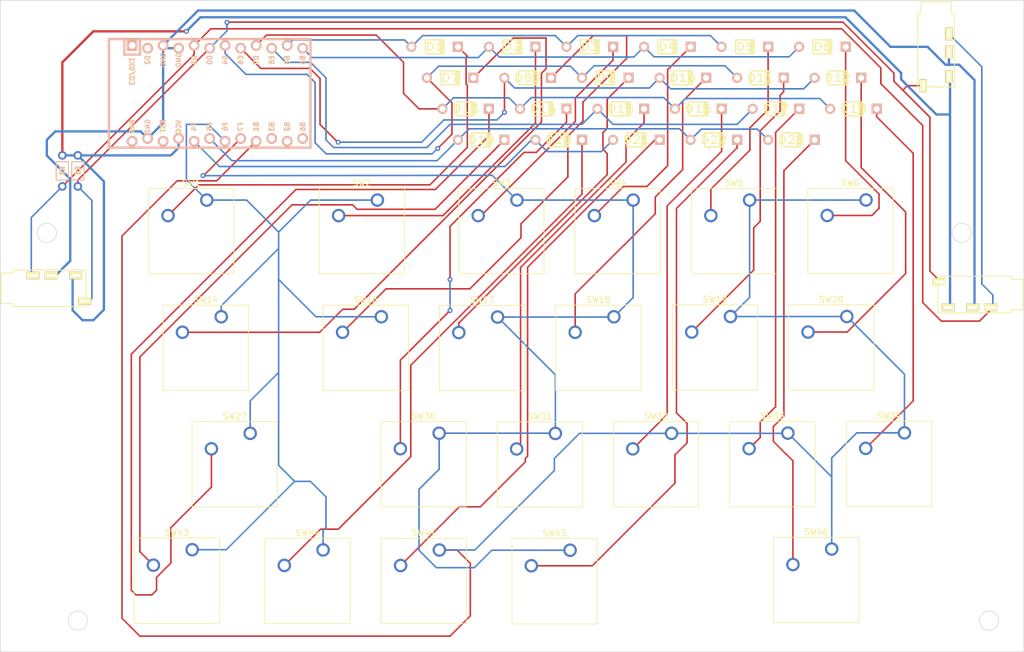
<source format=kicad_pcb>
(kicad_pcb (version 20221018) (generator pcbnew)
  (layers (0 "F.Cu" signal) (31 "B.Cu" signal) (34 "B.Paste" user) (35 "F.Paste" user) (36 "B.SilkS" user "B.Silkscreen") (37 "F.SilkS" user "F.Silkscreen") (38 "B.Mask" user) (39 "F.Mask" user) (44 "Edge.Cuts" user))
  (net 0 "")
  (net 1 "GND")
  (net 2 "VCC")
  (net 3 "SCL")
  (net 4 "SDA")
  (net 5 "col2")
  (net 6 "Net-(D42-A)")
  (net 7 "col0")
  (net 8 "Net-(D25-A)")
  (net 9 "Net-(D41-A)")
  (net 10 "Net-(D14-A)")
  (net 11 "Net-(D1-A)")
  (net 12 "Net-(D38-A)")
  (net 13 "col1")
  (net 14 "Net-(D40-A)")
  (net 15 "Net-(D16-A)")
  (net 16 "Net-(D17-A)")
  (net 17 "Net-(D18-A)")
  (net 18 "Net-(D19-A)")
  (net 19 "Net-(D3-A)")
  (net 20 "Net-(D4-A)")
  (net 21 "Net-(D5-A)")
  (net 22 "Net-(D28-A)")
  (net 23 "Net-(D29-A)")
  (net 24 "Net-(D30-A)")
  (net 25 "col3")
  (net 26 "Net-(D31-A)")
  (net 27 "Net-(D27-A)")
  (net 28 "Net-(D6-A)")
  (net 29 "Net-(D39-A)")
  (net 30 "Net-(D2-A)")
  (net 31 "Net-(D15-A)")
  (net 32 "rowA")
  (net 33 "rowB")
  (net 34 "rowF")
  (net 35 "rowE")
  (net 36 "rowD")
  (net 37 "rowC")
  (net 38 "rowG")
  (net 39 "rowH")
  (footprint "Button_Switch_Keyboard:SW_Cherry_MX_1.00u_PCB" (layer "F.Cu") (at 104.895345 103.921782)
    (fp_text reference "SW30")
    (fp_text value "KEYSW")
  )
  (footprint "Library:Diode" (layer "F.Cu") (at 172.745 50.8)
    (fp_text reference "D18")
    (fp_text value "VAL**" hide)
  )
  (footprint "Library:Diode" (layer "F.Cu") (at 121.945 50.8)
    (fp_text reference "D14")
    (fp_text value "VAL**" hide)
  )
  (footprint "Button_Switch_Keyboard:SW_Cherry_MX_1.00u_PCB" (layer "F.Cu") (at 142.962981 103.948147)
    (fp_text reference "SW32")
    (fp_text value "KEYSW")
  )
  (footprint "Library:Diode" (layer "F.Cu") (at 160.045 50.8)
    (fp_text reference "D17")
    (fp_text value "VAL**" hide)
  )
  (footprint "Library:Diode" (layer "F.Cu") (at 154.965 40.64)
    (fp_text reference "D5")
    (fp_text value "VAL**" hide)
  )
  (footprint "Button_Switch_Keyboard:SW_Cherry_MX_1.75u_PCB" (layer "F.Cu") (at 69.207054 84.851708)
    (fp_text reference "SW14")
    (fp_text value "KEYSW")
  )
  (footprint "Button_Switch_Keyboard:SW_Cherry_MX_1.00u_PCB" (layer "F.Cu") (at 181.107927 103.864219)
    (fp_text reference "SW34")
    (fp_text value "KEYSW")
  )
  (footprint "Library:TRRS" (layer "F.Cu") (at 186.295 35.2025)
    (fp_text reference "J2" hide)
    (fp_text value "4PIN" hide)
  )
  (footprint "Button_Switch_Keyboard:SW_Cherry_MX_1.00u_PCB" (layer "F.Cu") (at 136.675018 65.739088)
    (fp_text reference "SW4")
    (fp_text value "KEYSW")
  )
  (footprint "Library:Diode" (layer "F.Cu") (at 147.345 50.8)
    (fp_text reference "D16")
    (fp_text value "VAL**" hide)
  )
  (footprint "Button_Switch_Keyboard:SW_Cherry_MX_2.25u_PCB" (layer "F.Cu") (at 73.949236 103.939636)
    (fp_text reference "SW27")
    (fp_text value "KEYSW")
  )
  (footprint "Library:Diode" (layer "F.Cu") (at 137.185 55.88)
    (fp_text reference "D21")
    (fp_text value "VAL**" hide)
  )
  (footprint "" (layer "F.Cu") (at 59.22 70.82)
    (fp_text reference "")
    (fp_text value "")
  )
  (footprint "Library:Diode" (layer "F.Cu") (at 162.585 55.88)
    (fp_text reference "D23")
    (fp_text value "VAL**" hide)
  )
  (footprint "Button_Switch_Keyboard:SW_Cherry_MX_1.00u_PCB" (layer "F.Cu") (at 174.813382 65.719273)
    (fp_text reference "SW6")
    (fp_text value "KEYSW")
  )
  (footprint "Library:Diode" (layer "F.Cu") (at 134.645 50.8)
    (fp_text reference "D15")
    (fp_text value "VAL**" hide)
  )
  (footprint "Button_Switch_Keyboard:SW_Cherry_MX_1.00u_PCB" (layer "F.Cu") (at 162.012072 103.906183)
    (fp_text reference "SW33")
    (fp_text value "KEYSW")
  )
  (footprint "Button_Switch_Keyboard:SW_Cherry_MX_1.00u_PCB" (layer "F.Cu") (at 114.463054 84.896689)
    (fp_text reference "SW17")
    (fp_text value "KEYSW")
  )
  (footprint "Button_Switch_Keyboard:SW_Cherry_MX_1.00u_PCB" (layer "F.Cu") (at 94.78 65.74)
    (fp_text reference "SW2")
    (fp_text value "KEYSW")
  )
  (footprint "Button_Switch_Keyboard:SW_Cherry_MX_1.50u_Plate" (layer "F.Cu") (at 66.84 65.74)
    (fp_text reference "SW1")
    (fp_text value "KEYSW")
  )
  (footprint "Library:Diode" (layer "F.Cu") (at 142.265 40.64)
    (fp_text reference "D4")
    (fp_text value "VAL**" hide)
  )
  (footprint "Button_Switch_Keyboard:SW_Cherry_MX_1.25u_PCB" (layer "F.Cu") (at 126.345347 123.093781)
    (fp_text reference "SW45")
    (fp_text value "KEYSW")
  )
  (footprint "Button_Switch_Keyboard:SW_Cherry_MX_1.00u_PCB" (layer "F.Cu") (at 152.614617 84.812728)
    (fp_text reference "SW19")
    (fp_text value "KEYSW")
  )
  (footprint "Button_Switch_Keyboard:SW_Cherry_MX_1.00u_PCB" (layer "F.Cu") (at 104.932509 123.053601)
    (fp_text reference "SW41")
    (fp_text value "KEYSW")
  )
  (footprint "" (layer "F.Cu") (at 69.38 70.82)
    (fp_text reference "")
    (fp_text value "")
  )
  (footprint "Button_Switch_Keyboard:SW_Cherry_MX_1.25u_PCB" (layer "F.Cu") (at 64.445381 122.999055)
    (fp_text reference "SW43")
    (fp_text value "KEYSW")
  )
  (footprint "Library:RESISTOR" (layer "F.Cu") (at 43.18 60.96 -90)
    (fp_text reference "R1")
    (fp_text value "R" hide)
  )
  (footprint "Library:Diode" (layer "F.Cu") (at 109.245 50.8)
    (fp_text reference "D13")
    (fp_text value "VAL**" hide)
  )
  (footprint "Library:Diode" (layer "F.Cu") (at 124.485 55.88)
    (fp_text reference "D20")
    (fp_text value "VAL**" hide)
  )
  (footprint "Library:Diode" (layer "F.Cu") (at 119.405 45.72)
    (fp_text reference "D8D")
    (fp_text value "VAL**" hide)
  )
  (footprint "Library:Diode" (layer "F.Cu") (at 132.105 45.72)
    (fp_text reference "D9")
    (fp_text value "VAL**" hide)
  )
  (footprint "Library:Diode" (layer "F.Cu") (at 111.785 55.88)
    (fp_text reference "D19")
    (fp_text value "VAL**" hide)
  )
  (footprint "Library:Diode" (layer "F.Cu") (at 144.805 45.72)
    (fp_text reference "D10")
    (fp_text value "VAL**" hide)
  )
  (footprint "Library:Diode" (layer "F.Cu") (at 104.165 40.64)
    (fp_text reference "D1")
    (fp_text value "VAL**" hide)
  )
  (footprint "Library:Diode" (layer "F.Cu") (at 116.865 40.64)
    (fp_text reference "D2")
    (fp_text value "VAL**" hide)
  )
  (footprint "Library:Diode" (layer "F.Cu") (at 170.205 45.72)
    (fp_text reference "D12")
    (fp_text value "VAL**" hide)
  )
  (footprint "Library:Diode" (layer "F.Cu") (at 157.505 45.72)
    (fp_text reference "D11")
    (fp_text value "VAL**" hide)
  )
  (footprint "Library:Diode" (layer "F.Cu") (at 167.665 40.64)
    (fp_text reference "D6")
    (fp_text value "VAL**" hide)
  )
  (footprint "Button_Switch_Keyboard:SW_Cherry_MX_1.00u_PCB" (layer "F.Cu") (at 155.747491 65.739088)
    (fp_text reference "SW5")
    (fp_text value "KEYSW")
  )
  (footprint "Button_Switch_Keyboard:SW_Cherry_MX_1.00u_PCB" (layer "F.Cu") (at 123.934254 103.962546)
    (fp_text reference "SW31")
    (fp_text value "KEYSW")
  )
  (footprint "Library:Diode" (layer "F.Cu") (at 106.705 45.72)
    (fp_text reference "D7")
    (fp_text value "VAL**" hide)
  )
  (footprint "Library:Diode" (layer "F.Cu") (at 149.885 55.88)
    (fp_text reference "D22")
    (fp_text value "VAL**" hide)
  )
  (footprint "" (layer "F.Cu") (at 64.3 70.82)
    (fp_text reference "")
    (fp_text value "")
  )
  (footprint "Button_Switch_Keyboard:SW_Cherry_MX_2.25u_PCB" (layer "F.Cu") (at 169.190254 122.889456)
    (fp_text reference "SW46")
    (fp_text value "KEYSW")
  )
  (footprint "Button_Switch_Keyboard:SW_Cherry_MX_1.00u_PCB" (layer "F.Cu") (at 171.666109 84.812728)
    (fp_text reference "SW20")
    (fp_text value "KEYSW")
  )
  (footprint "Library:TRRS" (layer "F.Cu") (at 198.578958 81.221982 -90)
    (fp_text reference "J2" hide)
    (fp_text value "4PIN" hide)
  )
  (footprint "Button_Switch_Keyboard:SW_Cherry_MX_1.00u_PCB" (layer "F.Cu") (at 85.8888 123.041019)
    (fp_text reference "SW44")
    (fp_text value "KEYSW")
  )
  (footprint "Button_Switch_Keyboard:SW_Cherry_MX_1.00u_PCB" (layer "F.Cu") (at 117.64 65.74)
    (fp_text reference "SW3")
    (fp_text value "KEYSW")
  )
  (footprint "Button_Switch_Keyboard:SW_Cherry_MX_1.00u_PCB" (layer "F.Cu") (at 133.521162 84.854691)
    (fp_text reference "SW18")
    (fp_text value "KEYSW")
  )
  (footprint "Button_Switch_Keyboard:SW_Cherry_MX_1.00u_PCB" (layer "F.Cu") (at 95.431345 84.848725)
    (fp_text reference "SW16")
    (fp_text value "KEYSW")
  )
  (footprint "Library:Diode" (layer "F.Cu") (at 129.565 40.64)
    (fp_text reference "D3")
    (fp_text value "VAL**" hide)
  )
  (footprint "Library:TRRS" (layer "F.Cu") (at 35.043025 80.191714 90)
    (fp_text reference "J2" hide)
    (fp_text value "4PIN" hide)
  )
  (footprint "Library:RESISTOR" (layer "F.Cu") (at 45.72 60.96 -90)
    (fp_text reference "R2")
    (fp_text value "R" hide)
  )
  (footprint "Library:ArduinoProMicro-ZigZag" (layer "B.Cu") (at 68.58 48.26)
    (fp_text reference "U1" hide)
    (fp_text value "ProMicro-18mil-offset" hide)
  )
  (gr_line (start 200.66 139.7) (end 33.02 139.7) (stroke (width 0.1)) (layer "Edge.Cuts"))
  (gr_line (start 200.66 33.02) (end 200.66 139.7) (stroke (width 0.1)) (layer "Edge.Cuts"))
  (gr_circle (center 194.97 134.62) (end 196.545 134.62) (stroke (width 0.1)) (fill none) (layer "Edge.Cuts"))
  (gr_circle (center 45.72 134.62) (end 47.295 134.62) (stroke (width 0.1)) (fill none) (layer "Edge.Cuts"))
  (gr_line (start 33.02 139.7) (end 33.02 33.02) (stroke (width 0.1)) (layer "Edge.Cuts"))
  (gr_circle (center 190.5 71.12) (end 192.075 71.12) (stroke (width 0.1)) (fill none) (layer "Edge.Cuts"))
  (gr_circle (center 40.64 71.12) (end 42.215 71.12) (stroke (width 0.1)) (fill none) (layer "Edge.Cuts"))
  (gr_line (start 33.02 33.02) (end 200.66 33.02) (stroke (width 0.1)) (layer "Edge.Cuts"))
  (segment (start 41.86 78.305) (end 44.470416 75.694584) (width 0.381) (layer "B.Cu") (net 1))
  (segment (start 192.58 83.38) (end 192.58 46.088) (width 0.381) (layer "B.Cu") (net 1))
  (segment (start 188.395 43.615) (end 188.395 41.5025) (width 0.381) (layer "B.Cu") (net 1))
  (segment (start 55.990405 54.491805) (end 57.15 55.6514) (width 0.381) (layer "B.Cu") (net 1))
  (segment (start 172.878334 34.692944) (end 65.408456 34.692944) (width 0.381) (layer "B.Cu") (net 1))
  (segment (start 44.470416 62.284185) (end 40.64 58.453769) (width 0.381) (layer "B.Cu") (net 1))
  (segment (start 44.470416 75.694584) (end 44.470416 62.284185) (width 0.381) (layer "B.Cu") (net 1))
  (segment (start 62.23 40.8686) (end 60.1472 40.8686) (width 0.381) (layer "B.Cu") (net 1))
  (segment (start 60.1472 40.8686) (end 59.69 40.4114) (width 0.381) (layer "B.Cu") (net 1))
  (segment (start 59.69 53.1114) (end 59.69 40.4114) (width 0.381) (layer "B.Cu") (net 1))
  (segment (start 65.408456 34.692944) (end 59.69 40.4114) (width 0.381) (layer "B.Cu") (net 1))
  (segment (start 192.58 46.088) (end 190.066835 43.574835) (width 0.381) (layer "B.Cu") (net 1))
  (segment (start 190.066835 43.574835) (end 187.832785 43.574835) (width 0.381) (layer "B.Cu") (net 1))
  (segment (start 40.64 58.453769) (end 40.64 55.88) (width 0.381) (layer "B.Cu") (net 1))
  (segment (start 40.64 55.88) (end 42.028195 54.491805) (width 0.381) (layer "B.Cu") (net 1))
  (segment (start 187.832785 43.574835) (end 184.89795 40.64) (width 0.381) (layer "B.Cu") (net 1))
  (segment (start 42.028195 54.491805) (end 55.990405 54.491805) (width 0.381) (layer "B.Cu") (net 1))
  (segment (start 184.89795 40.64) (end 178.82539 40.64) (width 0.381) (layer "B.Cu") (net 1))
  (segment (start 57.15 55.6514) (end 59.69 53.1114) (width 0.381) (layer "B.Cu") (net 1))
  (segment (start 178.82539 40.64) (end 172.878334 34.692944) (width 0.381) (layer "B.Cu") (net 1))
  (segment (start 43.18 43.18) (end 43.18 58.42) (width 0.381) (layer "F.Cu") (net 2))
  (segment (start 48.26 38.1) (end 43.18 43.18) (width 0.381) (layer "F.Cu") (net 2))
  (segment (start 63.5 38.1) (end 48.26 38.1) (width 0.381) (layer "F.Cu") (net 2))
  (via (at 63.5 38.1) (size 0.8) (drill 0.4) (layers "F.Cu" "B.Cu") (net 2))
  (segment (start 62.23 57.15) (end 60.96 58.42) (width 0.381) (layer "B.Cu") (net 2))
  (segment (start 62.23 55.6514) (end 62.23 57.15) (width 0.381) (layer "B.Cu") (net 2))
  (segment (start 188.5745 51.9045) (end 188.5745 53.34) (width 0.381) (layer "B.Cu") (net 2))
  (segment (start 188.5745 51.5455) (end 188.395 51.725) (width 0.381) (layer "B.Cu") (net 2))
  (segment (start 180.558255 45.967263) (end 185.390992 50.8) (width 0.381) (layer "B.Cu") (net 2))
  (segment (start 60.96 58.42) (end 45.72 58.42) (width 0.381) (layer "B.Cu") (net 2))
  (segment (start 180.558255 44.912865) (end 180.558255 45.967263) (width 0.381) (layer "B.Cu") (net 2))
  (segment (start 171.443809 35.798419) (end 180.558255 44.912865) (width 0.381) (layer "B.Cu") (net 2))
  (segment (start 48.26 85.420411) (end 49.988703 83.691708) (width 0.381) (layer "B.Cu") (net 2))
  (segment (start 188.5745 45.682) (end 188.5745 51.5455) (width 0.381) (layer "B.Cu") (net 2))
  (segment (start 185.42 50.8) (end 186.345 51.725) (width 0.381) (layer "B.Cu") (net 2))
  (segment (start 44.866722 83.801196) (end 46.485937 85.420411) (width 0.381) (layer "B.Cu") (net 2))
  (segment (start 65.801581 35.798419) (end 171.443809 35.798419) (width 0.381) (layer "B.Cu") (net 2))
  (segment (start 49.988703 62.688703) (end 45.72 58.42) (width 0.381) (layer "B.Cu") (net 2))
  (segment (start 186.345 51.725) (end 188.395 51.725) (width 0.381) (layer "B.Cu") (net 2))
  (segment (start 188.395 45.5025) (end 188.5745 45.682) (width 0.381) (layer "B.Cu") (net 2))
  (segment (start 45.129739 78.305) (end 44.866722 78.568017) (width 0.381) (layer "B.Cu") (net 2))
  (segment (start 44.866722 78.568017) (end 44.866722 83.801196) (width 0.381) (layer "B.Cu") (net 2))
  (segment (start 63.5 38.1) (end 65.801581 35.798419) (width 0.381) (layer "B.Cu") (net 2))
  (segment (start 49.988703 83.691708) (end 49.988703 62.688703) (width 0.381) (layer "B.Cu") (net 2))
  (segment (start 188.5745 53.34) (end 188.5745 83.3745) (width 0.381) (layer "B.Cu") (net 2))
  (segment (start 46.485937 85.420411) (end 48.26 85.420411) (width 0.381) (layer "B.Cu") (net 2))
  (segment (start 185.390992 50.8) (end 185.42 50.8) (width 0.381) (layer "B.Cu") (net 2))
  (segment (start 188.395 51.725) (end 188.5745 51.9045) (width 0.381) (layer "B.Cu") (net 2))
  (segment (start 43.18 58.42) (end 45.72 58.42) (width 0.381) (layer "B.Cu") (net 2))
  (segment (start 171.025121 36.589309) (end 179.380605 44.944793) (width 0.254) (layer "F.Cu") (net 3))
  (segment (start 180.852695 47.747305) (end 185.28 52.17461) (width 0.254) (layer "F.Cu") (net 3))
  (segment (start 45.72 63.5) (end 45.72 62.4586) (width 0.254) (layer "F.Cu") (net 3))
  (segment (start 179.380605 46.275215) (end 180.852695 47.747305) (width 0.254) (layer "F.Cu") (net 3))
  (segment (start 185.28 77.38) (end 187.08 79.18) (width 0.254) (layer "F.Cu") (net 3))
  (segment (start 70.202223 36.589309) (end 171.025121 36.589309) (width 0.254) (layer "F.Cu") (net 3))
  (segment (start 45.72 62.4586) (end 67.31 40.8686) (width 0.254) (layer "F.Cu") (net 3))
  (segment (start 181.5975 47.0025) (end 180.852695 47.747305) (width 0.254) (layer "F.Cu") (net 3))
  (segment (start 179.380605 44.944793) (end 179.380605 46.275215) (width 0.254) (layer "F.Cu") (net 3))
  (segment (start 185.28 52.17461) (end 185.28 77.38) (width 0.254) (layer "F.Cu") (net 3))
  (segment (start 70.148613 36.642919) (end 70.202223 36.589309) (width 0.254) (layer "F.Cu") (net 3))
  (segment (start 184.195 47.0025) (end 181.5975 47.0025) (width 0.254) (layer "F.Cu") (net 3))
  (via (at 70.148613 36.642919) (size 0.8) (drill 0.4) (layers "F.Cu" "B.Cu") (net 3))
  (segment (start 45.72 63.5) (end 48.02008 65.80008) (width 0.254) (layer "B.Cu") (net 3))
  (segment (start 48.02008 65.80008) (end 48.02008 81.84492) (width 0.254) (layer "B.Cu") (net 3))
  (segment (start 70.148613 38.029987) (end 67.31 40.8686) (width 0.254) (layer "B.Cu") (net 3))
  (segment (start 70.148613 36.642919) (end 70.148613 38.029987) (width 0.254) (layer "B.Cu") (net 3))
  (segment (start 48.02008 81.84492) (end 47.36 82.505) (width 0.254) (layer "B.Cu") (net 3))
  (segment (start 170.825364 37.685364) (end 177.240967 44.100967) (width 0.254) (layer "F.Cu") (net 4))
  (segment (start 67.496036 37.685364) (end 170.825364 37.685364) (width 0.254) (layer "F.Cu") (net 4))
  (segment (start 64.77 41.91) (end 43.18 63.5) (width 0.254) (layer "F.Cu") (net 4))
  (segment (start 177.240967 44.100967) (end 177.240967 46.274399) (width 0.254) (layer "F.Cu") (net 4))
  (segment (start 184.093513 82.511862) (end 187.142588 85.560937) (width 0.254) (layer "F.Cu") (net 4))
  (segment (start 64.77 40.4114) (end 67.496036 37.685364) (width 0.254) (layer "F.Cu") (net 4))
  (segment (start 177.240967 46.274399) (end 177.246409 46.279841) (width 0.254) (layer "F.Cu") (net 4))
  (segment (start 177.246409 46.279841) (end 177.246409 46.681019) (width 0.254) (layer "F.Cu") (net 4))
  (segment (start 64.77 40.4114) (end 64.77 41.91) (width 0.254) (layer "F.Cu") (net 4))
  (segment (start 184.093513 53.528123) (end 184.093513 82.511862) (width 0.254) (layer "F.Cu") (net 4))
  (segment (start 177.246409 46.681019) (end 184.093513 53.528123) (width 0.254) (layer "F.Cu") (net 4))
  (segment (start 193.399063 85.560937) (end 195.58 83.38) (width 0.254) (layer "F.Cu") (net 4))
  (segment (start 187.142588 85.560937) (end 193.399063 85.560937) (width 0.254) (layer "F.Cu") (net 4))
  (segment (start 195.58 81.28) (end 195.58 83.38) (width 0.254) (layer "B.Cu") (net 4))
  (segment (start 188.395 38.5025) (end 188.395 38.535) (width 0.254) (layer "B.Cu") (net 4))
  (segment (start 188.395 38.535) (end 193.78 43.92) (width 0.254) (layer "B.Cu") (net 4))
  (segment (start 38.1 77.545) (end 38.86 78.305) (width 0.254) (layer "B.Cu") (net 4))
  (segment (start 193.78 43.92) (end 193.78 79.48) (width 0.254) (layer "B.Cu") (net 4))
  (segment (start 193.78 79.48) (end 195.58 81.28) (width 0.254) (layer "B.Cu") (net 4))
  (segment (start 38.1 68.58) (end 38.1 77.545) (width 0.254) (layer "B.Cu") (net 4))
  (segment (start 43.18 63.5) (end 38.1 68.58) (width 0.254) (layer "B.Cu") (net 4))
  (segment (start 104.932509 123.053601) (end 107.813601 123.053601) (width 0.254) (layer "F.Cu") (net 5))
  (segment (start 68.452475 62.586125) (end 74.93 56.1086) (width 0.254) (layer "F.Cu") (net 5))
  (segment (start 106.68 137.16) (end 55.88 137.16) (width 0.254) (layer "F.Cu") (net 5))
  (segment (start 55.88 137.16) (end 52.953961 134.233961) (width 0.254) (layer "F.Cu") (net 5))
  (segment (start 61.988416 62.586125) (end 68.452475 62.586125) (width 0.254) (layer "F.Cu") (net 5))
  (segment (start 110.003321 133.836679) (end 106.68 137.16) (width 0.254) (layer "F.Cu") (net 5))
  (segment (start 52.953961 71.62058) (end 61.988416 62.586125) (width 0.254) (layer "F.Cu") (net 5))
  (segment (start 107.813601 123.053601) (end 110.003321 125.243321) (width 0.254) (layer "F.Cu") (net 5))
  (segment (start 52.953961 134.233961) (end 52.953961 71.62058) (width 0.254) (layer "F.Cu") (net 5))
  (segment (start 110.003321 125.243321) (end 110.003321 133.836679) (width 0.254) (layer "F.Cu") (net 5))
  (segment (start 173.290109 103.864219) (end 181.107927 103.864219) (width 0.254) (layer "B.Cu") (net 5))
  (segment (start 181.107927 94.254546) (end 171.666109 84.812728) (width 0.254) (layer "B.Cu") (net 5))
  (segment (start 161.970108 103.948147) (end 162.012072 103.906183) (width 0.254) (layer "B.Cu") (net 5))
  (segment (start 123.771254 108.05796) (end 123.771254 110.027132) (width 0.254) (layer "B.Cu") (net 5))
  (segment (start 152.614617 84.812728) (end 155.747491 81.679854) (width 0.254) (layer "B.Cu") (net 5))
  (segment (start 142.962981 103.948147) (end 127.881067 103.948147) (width 0.254) (layer "B.Cu") (net 5))
  (segment (start 181.107927 103.864219) (end 181.107927 94.254546) (width 0.254) (layer "B.Cu") (net 5))
  (segment (start 169.190254 122.889456) (end 169.190254 111.084365) (width 0.254) (layer "B.Cu") (net 5))
  (segment (start 171.666109 84.812728) (end 152.614617 84.812728) (width 0.254) (layer "B.Cu") (net 5))
  (segment (start 110.744785 123.053601) (end 104.932509 123.053601) (width 0.254) (layer "B.Cu") (net 5))
  (segment (start 169.190254 107.964074) (end 173.290109 103.864219) (width 0.254) (layer "B.Cu") (net 5))
  (segment (start 127.881067 103.948147) (end 123.771254 108.05796) (width 0.254) (layer "B.Cu") (net 5))
  (segment (start 123.771254 110.027132) (end 110.744785 123.053601) (width 0.254) (layer "B.Cu") (net 5))
  (segment (start 169.190254 111.084365) (end 169.190254 107.964074) (width 0.254) (layer "B.Cu") (net 5))
  (segment (start 155.747491 81.679854) (end 155.747491 65.739088) (width 0.254) (layer "B.Cu") (net 5))
  (segment (start 174.793567 65.739088) (end 174.813382 65.719273) (width 0.254) (layer "B.Cu") (net 5))
  (segment (start 155.747491 65.739088) (end 174.793567 65.739088) (width 0.254) (layer "B.Cu") (net 5))
  (segment (start 169.190254 111.084365) (end 162.012072 103.906183) (width 0.254) (layer "B.Cu") (net 5))
  (segment (start 142.962981 103.948147) (end 161.970108 103.948147) (width 0.254) (layer "B.Cu") (net 5))
  (segment (start 119.013254 108.609583) (end 111.646109 115.976728) (width 0.254) (layer "F.Cu") (net 6))
  (segment (start 140.242132 55.88) (end 119.38 76.742132) (width 0.254) (layer "F.Cu") (net 6))
  (segment (start 140.995 55.88) (end 140.242132 55.88) (width 0.254) (layer "F.Cu") (net 6))
  (segment (start 119.38 76.742132) (end 119.38 107.689558) (width 0.254) (layer "F.Cu") (net 6))
  (segment (start 111.646109 115.976728) (end 108.199382 115.976728) (width 0.254) (layer "F.Cu") (net 6))
  (segment (start 108.199382 115.976728) (end 98.582509 125.593601) (width 0.254) (layer "F.Cu") (net 6))
  (segment (start 119.013254 108.056304) (end 119.013254 108.609583) (width 0.254) (layer "F.Cu") (net 6))
  (segment (start 119.38 107.689558) (end 119.013254 108.056304) (width 0.254) (layer "F.Cu") (net 6))
  (segment (start 73.949236 103.939636) (end 73.949236 98.634257) (width 0.254) (layer "B.Cu") (net 7))
  (segment (start 83.846986 65.74) (end 78.603493 70.983493) (width 0.254) (layer "B.Cu") (net 7))
  (segment (start 86.36 114.354407) (end 86.36 119.38) (width 0.254) (layer "B.Cu") (net 7))
  (segment (start 73.36 65.74) (end 78.603493 70.983493) (width 0.254) (layer "B.Cu") (net 7))
  (segment (start 70.040945 122.999055) (end 81.225593 111.814407) (width 0.254) (layer "B.Cu") (net 7))
  (segment (start 84.712218 84.848725) (end 78.603493 78.74) (width 0.254) (layer "B.Cu") (net 7))
  (segment (start 64.445381 122.999055) (end 70.040945 122.999055) (width 0.254) (layer "B.Cu") (net 7))
  (segment (start 73.949236 98.634257) (end 78.603493 93.98) (width 0.254) (layer "B.Cu") (net 7))
  (segment (start 78.603493 78.74) (end 78.603493 93.98) (width 0.254) (layer "B.Cu") (net 7))
  (segment (start 66.84 65.74) (end 63.5 62.4) (width 0.254) (layer "B.Cu") (net 7))
  (segment (start 67.0814 53.34) (end 69.85 56.1086) (width 0.254) (layer "B.Cu") (net 7))
  (segment (start 78.603493 109.22) (end 78.631186 109.22) (width 0.254) (layer "B.Cu") (net 7))
  (segment (start 66.84 65.74) (end 73.36 65.74) (width 0.254) (layer "B.Cu") (net 7))
  (segment (start 78.603493 70.983493) (end 78.603493 73.66) (width 0.254) (layer "B.Cu") (net 7))
  (segment (start 78.603493 73.66) (end 78.603493 78.74) (width 0.254) (layer "B.Cu") (net 7))
  (segment (start 69.207054 83.056439) (end 78.603493 73.66) (width 0.254) (layer "B.Cu") (net 7))
  (segment (start 83.82 111.814407) (end 86.36 114.354407) (width 0.254) (layer "B.Cu") (net 7))
  (segment (start 63.5 53.34) (end 67.0814 53.34) (width 0.254) (layer "B.Cu") (net 7))
  (segment (start 81.225593 111.814407) (end 83.82 111.814407) (width 0.254) (layer "B.Cu") (net 7))
  (segment (start 69.207054 84.851708) (end 69.207054 83.056439) (width 0.254) (layer "B.Cu") (net 7))
  (segment (start 78.603493 93.98) (end 78.603493 109.22) (width 0.254) (layer "B.Cu") (net 7))
  (segment (start 78.631186 109.22) (end 81.225593 111.814407) (width 0.254) (layer "B.Cu") (net 7))
  (segment (start 63.5 62.4) (end 63.5 53.34) (width 0.254) (layer "B.Cu") (net 7))
  (segment (start 95.431345 84.848725) (end 84.712218 84.848725) (width 0.254) (layer "B.Cu") (net 7))
  (segment (start 86.36 119.38) (end 85.8888 119.8512) (width 0.254) (layer "B.Cu") (net 7))
  (segment (start 85.8888 119.8512) (end 85.8888 123.041019) (width 0.254) (layer "B.Cu") (net 7))
  (segment (start 94.78 65.74) (end 83.846986 65.74) (width 0.254) (layer "B.Cu") (net 7))
  (segment (start 67.599236 106.479636) (end 67.599236 112.740764) (width 0.254) (layer "F.Cu") (net 8))
  (segment (start 104.277667 64.004386) (end 113.055 55.227053) (width 0.254) (layer "F.Cu") (net 8))
  (segment (start 57.833448 130.406309) (end 55.24621 130.406309) (width 0.254) (layer "F.Cu") (net 8))
  (segment (start 58.610036 127.531538) (end 58.610036 129.629721) (width 0.254) (layer "F.Cu") (net 8))
  (segment (start 55.24621 130.406309) (end 54.476488 129.636586) (width 0.254) (layer "F.Cu") (net 8))
  (segment (start 58.610036 129.629721) (end 57.833448 130.406309) (width 0.254) (layer "F.Cu") (net 8))
  (segment (start 67.599236 112.740764) (end 60.96 119.38) (width 0.254) (layer "F.Cu") (net 8))
  (segment (start 60.96 125.181574) (end 58.610036 127.531538) (width 0.254) (layer "F.Cu") (net 8))
  (segment (start 113.055 55.227053) (end 113.055 50.8) (width 0.254) (layer "F.Cu") (net 8))
  (segment (start 54.476488 129.636586) (end 54.476488 90.971947) (width 0.254) (layer "F.Cu") (net 8))
  (segment (start 60.96 119.38) (end 60.96 125.181574) (width 0.254) (layer "F.Cu") (net 8))
  (segment (start 54.476488 90.971947) (end 81.444049 64.004386) (width 0.254) (layer "F.Cu") (net 8))
  (segment (start 81.444049 64.004386) (end 104.277667 64.004386) (width 0.254) (layer "F.Cu") (net 8))
  (segment (start 159.632316 102.834739) (end 159.632316 105.263007) (width 0.254) (layer "F.Cu") (net 9))
  (segment (start 162.840254 108.442969) (end 162.840254 125.429456) (width 0.254) (layer "F.Cu") (net 9))
  (segment (start 161.362836 60.912164) (end 161.362836 101.104219) (width 0.254) (layer "F.Cu") (net 9))
  (segment (start 159.632316 105.263007) (end 161.726521 107.357212) (width 0.254) (layer "F.Cu") (net 9))
  (segment (start 161.726521 107.357212) (end 161.754497 107.357212) (width 0.254) (layer "F.Cu") (net 9))
  (segment (start 161.362836 101.104219) (end 159.632316 102.834739) (width 0.254) (layer "F.Cu") (net 9))
  (segment (start 166.395 55.88) (end 161.362836 60.912164) (width 0.254) (layer "F.Cu") (net 9))
  (segment (start 161.754497 107.357212) (end 162.840254 108.442969) (width 0.254) (layer "F.Cu") (net 9))
  (segment (start 122.406925 39.197482) (end 117.037518 39.197482) (width 0.254) (layer "F.Cu") (net 10))
  (segment (start 117.037518 39.197482) (end 110.515 45.72) (width 0.254) (layer "F.Cu") (net 10))
  (segment (start 90.984842 83.617768) (end 121.654387 52.948223) (width 0.254) (layer "F.Cu") (net 10))
  (segment (start 62.857054 87.391708) (end 85.328292 87.391708) (width 0.254) (layer "F.Cu") (net 10))
  (segment (start 89.102232 83.617768) (end 90.984842 83.617768) (width 0.254) (layer "F.Cu") (net 10))
  (segment (start 121.654387 52.948223) (end 121.654387 44.975613) (width 0.254) (layer "F.Cu") (net 10))
  (segment (start 122.406925 44.223075) (end 122.406925 39.197482) (width 0.254) (layer "F.Cu") (net 10))
  (segment (start 121.654387 44.975613) (end 122.406925 44.223075) (width 0.254) (layer "F.Cu") (net 10))
  (segment (start 85.328292 87.391708) (end 89.102232 83.617768) (width 0.254) (layer "F.Cu") (net 10))
  (segment (start 65.52096 63.24904) (end 60.49 68.28) (width 0.254) (layer "F.Cu") (net 11))
  (segment (start 107.975 40.64) (end 109.508093 42.173093) (width 0.254) (layer "F.Cu") (net 11))
  (segment (start 109.3085 42.372686) (end 109.3085 46.726907) (width 0.254) (layer "F.Cu") (net 11))
  (segment (start 103.37846 63.24904) (end 65.52096 63.24904) (width 0.254) (layer "F.Cu") (net 11))
  (segment (start 109.508093 57.119407) (end 103.37846 63.24904) (width 0.254) (layer "F.Cu") (net 11))
  (segment (start 109.508093 46.9265) (end 109.508093 57.119407) (width 0.254) (layer "F.Cu") (net 11))
  (segment (start 109.508093 42.173093) (end 109.3085 42.372686) (width 0.254) (layer "F.Cu") (net 11))
  (segment (start 109.3085 46.726907) (end 109.508093 46.9265) (width 0.254) (layer "F.Cu") (net 11))
  (segment (start 115.595 55.88) (end 104.22174 67.25326) (width 0.254) (layer "F.Cu") (net 12))
  (segment (start 80.800294 66.518538) (end 55.88 91.438832) (width 0.254) (layer "F.Cu") (net 12))
  (segment (start 104.22174 67.25326) (end 91.456357 67.25326) (width 0.254) (layer "F.Cu") (net 12))
  (segment (start 55.88 123.323674) (end 58.095381 125.539055) (width 0.254) (layer "F.Cu") (net 12))
  (segment (start 90.721635 66.518538) (end 80.800294 66.518538) (width 0.254) (layer "F.Cu") (net 12))
  (segment (start 55.88 91.438832) (end 55.88 123.323674) (width 0.254) (layer "F.Cu") (net 12))
  (segment (start 91.456357 67.25326) (end 90.721635 66.518538) (width 0.254) (layer "F.Cu") (net 12))
  (segment (start 66.29944 61.74196) (end 72.39 55.6514) (width 0.254) (layer "F.Cu") (net 13))
  (segment (start 66.217374 61.74196) (end 66.29944 61.74196) (width 0.254) (layer "F.Cu") (net 13))
  (via (at 66.217374 61.74196) (size 0.8) (drill 0.4) (layers "F.Cu" "B.Cu") (net 13))
  (segment (start 117.64 65.74) (end 113.588032 61.688032) (width 0.254) (layer "B.Cu") (net 13))
  (segment (start 133.479164 84.896689) (end 133.521162 84.854691) (width 0.254) (layer "B.Cu") (net 13))
  (segment (start 136.674106 65.74) (end 136.675018 65.739088) (width 0.254) (layer "B.Cu") (net 13))
  (segment (start 114.463054 84.896689) (end 133.479164 84.896689) (width 0.254) (layer "B.Cu") (net 13))
  (segment (start 113.588032 61.688032) (end 66.217374 61.74196) (width 0.254) (layer "B.Cu") (net 13))
  (segment (start 117.64 65.74) (end 136.674106 65.74) (width 0.254) (layer "B.Cu") (net 13))
  (segment (start 101.6 113.118713) (end 104.895345 109.823368) (width 0.254) (layer "B.Cu") (net 13))
  (segment (start 113.521112 123.093781) (end 110.672178 125.942715) (width 0.254) (layer "B.Cu") (net 13))
  (segment (start 104.436145 125.942715) (end 101.6 123.10657) (width 0.254) (layer "B.Cu") (net 13))
  (segment (start 126.345347 123.093781) (end 113.521112 123.093781) (width 0.254) (layer "B.Cu") (net 13))
  (segment (start 123.89349 103.921782) (end 123.934254 103.962546) (width 0.254) (layer "B.Cu") (net 13))
  (segment (start 123.934254 94.367889) (end 114.463054 84.896689) (width 0.254) (layer "B.Cu") (net 13))
  (segment (start 123.934254 103.962546) (end 123.934254 94.367889) (width 0.254) (layer "B.Cu") (net 13))
  (segment (start 136.675018 81.700835) (end 133.521162 84.854691) (width 0.254) (layer "B.Cu") (net 13))
  (segment (start 104.895345 109.823368) (end 104.895345 103.921782) (width 0.254) (layer "B.Cu") (net 13))
  (segment (start 136.675018 65.739088) (end 136.675018 81.700835) (width 0.254) (layer "B.Cu") (net 13))
  (segment (start 110.672178 125.942715) (end 104.436145 125.942715) (width 0.254) (layer "B.Cu") (net 13))
  (segment (start 104.895345 103.921782) (end 123.89349 103.921782) (width 0.254) (layer "B.Cu") (net 13))
  (segment (start 101.6 123.10657) (end 101.6 113.118713) (width 0.254) (layer "B.Cu") (net 13))
  (segment (start 143.767617 100.587617) (end 145.504558 102.324558) (width 0.254) (layer "F.Cu") (net 14))
  (segment (start 143.518279 107.478714) (end 143.518279 112.094714) (width 0.254) (layer "F.Cu") (net 14))
  (segment (start 153.695 55.88) (end 153.695 57.175157) (width 0.254) (layer "F.Cu") (net 14))
  (segment (start 145.504558 102.324558) (end 145.504558 105.492435) (width 0.254) (layer "F.Cu") (net 14))
  (segment (start 143.518279 112.094714) (end 129.979212 125.633781) (width 0.254) (layer "F.Cu") (net 14))
  (segment (start 129.979212 125.633781) (end 119.995347 125.633781) (width 0.254) (layer "F.Cu") (net 14))
  (segment (start 143.767617 67.10254) (end 143.767617 100.587617) (width 0.254) (layer "F.Cu") (net 14))
  (segment (start 145.504558 105.492435) (end 143.518279 107.478714) (width 0.254) (layer "F.Cu") (net 14))
  (segment (start 153.695 57.175157) (end 143.767617 67.10254) (width 0.254) (layer "F.Cu") (net 14))
  (segment (start 132.414226 61.581749) (end 108.113054 85.882921) (width 0.254) (layer "F.Cu") (net 15))
  (segment (start 131.722237 57.431091) (end 132.414226 58.12308) (width 0.254) (layer "F.Cu") (net 15))
  (segment (start 132.414226 53.994214) (end 131.722237 54.686203) (width 0.254) (layer "F.Cu") (net 15))
  (segment (start 131.722237 54.686203) (end 131.722237 57.431091) (width 0.254) (layer "F.Cu") (net 15))
  (segment (start 132.414226 58.12308) (end 132.414226 61.581749) (width 0.254) (layer "F.Cu") (net 15))
  (segment (start 132.414226 49.220774) (end 132.414226 53.994214) (width 0.254) (layer "F.Cu") (net 15))
  (segment (start 135.915 45.72) (end 132.414226 49.220774) (width 0.254) (layer "F.Cu") (net 15))
  (segment (start 108.113054 85.882921) (end 108.113054 87.436689) (width 0.254) (layer "F.Cu") (net 15))
  (segment (start 135.119604 73.196088) (end 135.083912 73.196088) (width 0.254) (layer "F.Cu") (net 16))
  (segment (start 136.512018 71.767982) (end 136.512018 71.803674) (width 0.254) (layer "F.Cu") (net 16))
  (segment (start 135.083912 73.196088) (end 127.171162 81.108838) (width 0.254) (layer "F.Cu") (net 16))
  (segment (start 148.615 45.72) (end 144.78 49.555) (width 0.254) (layer "F.Cu") (net 16))
  (segment (start 144.78 49.555) (end 144.78 60.75258) (width 0.254) (layer "F.Cu") (net 16))
  (segment (start 140.28989 67.99011) (end 136.512018 71.767982) (width 0.254) (layer "F.Cu") (net 16))
  (segment (start 136.512018 71.803674) (end 135.119604 73.196088) (width 0.254) (layer "F.Cu") (net 16))
  (segment (start 127.171162 81.108838) (end 127.171162 87.394691) (width 0.254) (layer "F.Cu") (net 16))
  (segment (start 144.78 60.75258) (end 140.28989 65.24269) (width 0.254) (layer "F.Cu") (net 16))
  (segment (start 140.28989 65.24269) (end 140.28989 67.99011) (width 0.254) (layer "F.Cu") (net 16))
  (segment (start 156.415104 77.202241) (end 146.264617 87.352728) (width 0.254) (layer "F.Cu") (net 17))
  (segment (start 160.747369 51.129915) (end 157.48 54.397284) (width 0.254) (layer "F.Cu") (net 17))
  (segment (start 161.315 45.72) (end 161.315 47.991934) (width 0.254) (layer "F.Cu") (net 17))
  (segment (start 161.315 47.991934) (end 160.747369 48.559565) (width 0.254) (layer "F.Cu") (net 17))
  (segment (start 156.415104 70.289387) (end 156.415104 77.202241) (width 0.254) (layer "F.Cu") (net 17))
  (segment (start 160.747369 48.559565) (end 160.747369 51.129915) (width 0.254) (layer "F.Cu") (net 17))
  (segment (start 157.48 69.224491) (end 156.415104 70.289387) (width 0.254) (layer "F.Cu") (net 17))
  (segment (start 157.48 54.397284) (end 157.48 69.224491) (width 0.254) (layer "F.Cu") (net 17))
  (segment (start 181.296969 77.783031) (end 171.727272 87.352728) (width 0.254) (layer "F.Cu") (net 18))
  (segment (start 174.015 60.406917) (end 181.303 67.694917) (width 0.254) (layer "F.Cu") (net 18))
  (segment (start 181.303 67.694917) (end 181.303 76.736102) (width 0.254) (layer "F.Cu") (net 18))
  (segment (start 181.303 76.736102) (end 181.296969 76.742133) (width 0.254) (layer "F.Cu") (net 18))
  (segment (start 174.015 45.72) (end 174.015 60.406917) (width 0.254) (layer "F.Cu") (net 18))
  (segment (start 181.296969 76.742133) (end 181.296969 77.783031) (width 0.254) (layer "F.Cu") (net 18))
  (segment (start 171.727272 87.352728) (end 165.316109 87.352728) (width 0.254) (layer "F.Cu") (net 18))
  (segment (start 111.77047 68.28) (end 111.29 68.28) (width 0.254) (layer "F.Cu") (net 19))
  (segment (start 133.375 40.64) (end 133.375 42.833253) (width 0.254) (layer "F.Cu") (net 19))
  (segment (start 127.207596 49.000657) (end 127.207596 52.842874) (width 0.254) (layer "F.Cu") (net 19))
  (segment (start 133.375 42.833253) (end 127.207596 49.000657) (width 0.254) (layer "F.Cu") (net 19))
  (segment (start 127.207596 52.842874) (end 111.77047 68.28) (width 0.254) (layer "F.Cu") (net 19))
  (segment (start 142.319423 60.110577) (end 138.920401 63.509599) (width 0.254) (layer "F.Cu") (net 20))
  (segment (start 146.075 40.64) (end 142.319423 44.395577) (width 0.254) (layer "F.Cu") (net 20))
  (segment (start 135.094507 63.509599) (end 130.325018 68.279088) (width 0.254) (layer "F.Cu") (net 20))
  (segment (start 142.319423 44.395577) (end 142.319423 60.110577) (width 0.254) (layer "F.Cu") (net 20))
  (segment (start 138.920401 63.509599) (end 135.094507 63.509599) (width 0.254) (layer "F.Cu") (net 20))
  (segment (start 158.775 40.64) (end 158.775 50.920175) (width 0.254) (layer "F.Cu") (net 21))
  (segment (start 155.79566 57.56434) (end 149.397491 63.962509) (width 0.254) (layer "F.Cu") (net 21))
  (segment (start 149.397491 63.962509) (end 149.397491 68.279088) (width 0.254) (layer "F.Cu") (net 21))
  (segment (start 155.79566 53.899515) (end 155.79566 57.56434) (width 0.254) (layer "F.Cu") (net 21))
  (segment (start 158.775 50.920175) (end 155.79566 53.899515) (width 0.254) (layer "F.Cu") (net 21))
  (segment (start 118.230054 105.856746) (end 117.584254 106.502546) (width 0.254) (layer "F.Cu") (net 22))
  (segment (start 138.455 53.090696) (end 135.510424 56.035272) (width 0.254) (layer "F.Cu") (net 22))
  (segment (start 135.510424 59.492678) (end 118.230054 76.773048) (width 0.254) (layer "F.Cu") (net 22))
  (segment (start 138.455 50.8) (end 138.455 53.090696) (width 0.254) (layer "F.Cu") (net 22))
  (segment (start 135.510424 56.035272) (end 135.510424 59.492678) (width 0.254) (layer "F.Cu") (net 22))
  (segment (start 118.230054 76.773048) (end 118.230054 105.856746) (width 0.254) (layer "F.Cu") (net 22))
  (segment (start 142.24 100.861128) (end 136.612981 106.488147) (width 0.254) (layer "F.Cu") (net 23))
  (segment (start 142.24 66.682052) (end 142.24 100.861128) (width 0.254) (layer "F.Cu") (net 23))
  (segment (start 151.155 57.767052) (end 142.24 66.682052) (width 0.254) (layer "F.Cu") (net 23))
  (segment (start 151.155 50.8) (end 151.155 57.767052) (width 0.254) (layer "F.Cu") (net 23))
  (segment (start 160.002658 54.652342) (end 160.002658 99.582939) (width 0.254) (layer "F.Cu") (net 24))
  (segment (start 157.48 102.105597) (end 157.48 104.628255) (width 0.254) (layer "F.Cu") (net 24))
  (segment (start 160.002658 99.582939) (end 157.48 102.105597) (width 0.254) (layer "F.Cu") (net 24))
  (segment (start 157.48 104.628255) (end 155.662072 106.446183) (width 0.254) (layer "F.Cu") (net 24))
  (segment (start 163.855 50.8) (end 160.002658 54.652342) (width 0.254) (layer "F.Cu") (net 24))
  (segment (start 182.534927 58.074927) (end 182.534927 98.627219) (width 0.254) (layer "F.Cu") (net 26))
  (segment (start 176.555 52.095) (end 182.534927 58.074927) (width 0.254) (layer "F.Cu") (net 26))
  (segment (start 182.534927 98.627219) (end 174.757927 106.404219) (width 0.254) (layer "F.Cu") (net 26))
  (segment (start 176.555 50.8) (end 176.555 52.095) (width 0.254) (layer "F.Cu") (net 26))
  (segment (start 125.755 50.8) (end 125.755 52.980609) (width 0.254) (layer "F.Cu") (net 27))
  (segment (start 125.755 52.980609) (end 120.801963 57.933646) (width 0.254) (layer "F.Cu") (net 27))
  (segment (start 98.545345 91.954655) (end 98.545345 106.461782) (width 0.254) (layer "F.Cu") (net 27))
  (segment (start 118.787709 57.933646) (end 106.68 70.041355) (width 0.254) (layer "F.Cu") (net 27))
  (segment (start 106.68 83.82) (end 98.545345 91.954655) (width 0.254) (layer "F.Cu") (net 27))
  (segment (start 106.68 70.041355) (end 106.68 78.74) (width 0.254) (layer "F.Cu") (net 27))
  (segment (start 120.801963 57.933646) (end 118.787709 57.933646) (width 0.254) (layer "F.Cu") (net 27))
  (via (at 106.68 78.74) (size 0.8) (drill 0.4) (layers "F.Cu" "B.Cu") (net 27))
  (via (at 106.68 83.82) (size 0.8) (drill 0.4) (layers "F.Cu" "B.Cu") (net 27))
  (segment (start 106.68 83.82) (end 106.68 78.74) (width 0.254) (layer "B.Cu") (net 27))
  (segment (start 176.938545 64.748965) (end 176.938545 67.092485) (width 0.254) (layer "F.Cu") (net 28))
  (segment (start 175.771757 68.259273) (end 168.463382 68.259273) (width 0.254) (layer "F.Cu") (net 28))
  (segment (start 171.475 59.28542) (end 176.938545 64.748965) (width 0.254) (layer "F.Cu") (net 28))
  (segment (start 176.938545 67.092485) (end 175.771757 68.259273) (width 0.254) (layer "F.Cu") (net 28))
  (segment (start 171.475 40.64) (end 171.475 59.28542) (width 0.254) (layer "F.Cu") (net 28))
  (segment (start 100.24914 92.79086) (end 100.24914 107.768884) (width 0.254) (layer "F.Cu") (net 29))
  (segment (start 85.483183 119.636636) (end 79.5388 125.581019) (width 0.254) (layer "F.Cu") (net 29))
  (segment (start 128.295 55.88) (end 128.295 64.745) (width 0.254) (layer "F.Cu") (net 29))
  (segment (start 88.381388 119.636636) (end 85.483183 119.636636) (width 0.254) (layer "F.Cu") (net 29))
  (segment (start 100.24914 107.768884) (end 88.381388 119.636636) (width 0.254) (layer "F.Cu") (net 29))
  (segment (start 128.295 64.745) (end 100.24914 92.79086) (width 0.254) (layer "F.Cu") (net 29))
  (segment (start 105.523934 68.28) (end 88.43 68.28) (width 0.254) (layer "F.Cu") (net 30))
  (segment (start 120.675 53.105) (end 107.74 66.04) (width 0.254) (layer "F.Cu") (net 30))
  (segment (start 107.74 66.063934) (end 105.523934 68.28) (width 0.254) (layer "F.Cu") (net 30))
  (segment (start 120.675 40.64) (end 120.675 53.105) (width 0.254) (layer "F.Cu") (net 30))
  (segment (start 107.74 66.04) (end 107.74 66.063934) (width 0.254) (layer "F.Cu") (net 30))
  (segment (start 130.106929 38.828071) (end 135.598483 38.828071) (width 0.254) (layer "F.Cu") (net 31))
  (segment (start 125.977479 55.263352) (end 125.977479 61.937162) (width 0.254) (layer "F.Cu") (net 31))
  (segment (start 128.454739 52.786092) (end 125.977479 55.263352) (width 0.254) (layer "F.Cu") (net 31))
  (segment (start 135.598483 38.828071) (end 135.598483 42.537225) (width 0.254) (layer "F.Cu") (net 31))
  (segment (start 123.215 45.72) (end 130.106929 38.828071) (width 0.254) (layer "F.Cu") (net 31))
  (segment (start 118.301801 69.61284) (end 118.301801 71.906852) (width 0.254) (layer "F.Cu") (net 31))
  (segment (start 135.598483 42.537225) (end 128.454739 49.680969) (width 0.254) (layer "F.Cu") (net 31))
  (segment (start 118.301801 71.906852) (end 109.93144 80.277213) (width 0.254) (layer "F.Cu") (net 31))
  (segment (start 128.454739 49.680969) (end 128.454739 52.786092) (width 0.254) (layer "F.Cu") (net 31))
  (segment (start 96.192857 80.277213) (end 89.081345 87.388725) (width 0.254) (layer "F.Cu") (net 31))
  (segment (start 125.977479 61.937162) (end 118.301801 69.61284) (width 0.254) (layer "F.Cu") (net 31))
  (segment (start 109.93144 80.277213) (end 96.192857 80.277213) (width 0.254) (layer "F.Cu") (net 31))
  (segment (start 102.199427 38.795573) (end 123.910573 38.795573) (width 0.254) (layer "B.Cu") (net 32))
  (segment (start 99.229746 39.514746) (end 100.355 40.64) (width 0.254) (layer "B.Cu") (net 32))
  (segment (start 80.01 40.4114) (end 80.906654 39.514746) (width 0.254) (layer "B.Cu") (net 32))
  (segment (start 100.355 40.64) (end 102.199427 38.795573) (width 0.254) (layer "B.Cu") (net 32))
  (segment (start 125.755 40.64) (end 127.599427 38.795573) (width 0.254) (layer "B.Cu") (net 32))
  (segment (start 127.599427 38.795573) (end 149.310573 38.795573) (width 0.254) (layer "B.Cu") (net 32))
  (segment (start 123.910573 38.795573) (end 125.755 40.64) (width 0.254) (layer "B.Cu") (net 32))
  (segment (start 80.906654 39.514746) (end 99.229746 39.514746) (width 0.254) (layer "B.Cu") (net 32))
  (segment (start 149.310573 38.795573) (end 151.155 40.64) (width 0.254) (layer "B.Cu") (net 32))
  (segment (start 111.299709 42.395291) (end 113.055 40.64) (width 0.254) (layer "B.Cu") (net 33))
  (segment (start 138.455 40.64) (end 140.088952 42.273952) (width 0.254) (layer "B.Cu") (net 33))
  (segment (start 140.088952 42.273952) (end 162.221048 42.273952) (width 0.254) (layer "B.Cu") (net 33))
  (segment (start 113.055 40.64) (end 114.729398 42.314398) (width 0.254) (layer "B.Cu") (net 33))
  (segment (start 82.55 40.8686) (end 84.076691 42.395291) (width 0.254) (layer "B.Cu") (net 33))
  (segment (start 162.221048 42.273952) (end 163.855 40.64) (width 0.254) (layer "B.Cu") (net 33))
  (segment (start 84.076691 42.395291) (end 111.299709 42.395291) (width 0.254) (layer "B.Cu") (net 33))
  (segment (start 136.780602 42.314398) (end 138.455 40.64) (width 0.254) (layer "B.Cu") (net 33))
  (segment (start 114.729398 42.314398) (end 136.780602 42.314398) (width 0.254) (layer "B.Cu") (net 33))
  (segment (start 133.375 53.34) (end 153.695 53.34) (width 0.254) (layer "B.Cu") (net 34))
  (segment (start 130.835 50.8) (end 133.375 53.34) (width 0.254) (layer "B.Cu") (net 34))
  (segment (start 102.888914 57.131086) (end 106.68 53.34) (width 0.254) (layer "B.Cu") (net 34))
  (segment (start 86.36 55.88) (end 87.611086 57.131086) (width 0.254) (layer "B.Cu") (net 34))
  (segment (start 79.7814 43.18) (end 83.82 43.18) (width 0.254) (layer "B.Cu") (net 34))
  (segment (start 106.68 53.34) (end 128.295 53.34) (width 0.254) (layer "B.Cu") (net 34))
  (segment (start 128.295 53.34) (end 130.835 50.8) (width 0.254) (layer "B.Cu") (net 34))
  (segment (start 153.695 53.34) (end 156.235 50.8) (width 0.254) (layer "B.Cu") (net 34))
  (segment (start 77.47 40.8686) (end 79.7814 43.18) (width 0.254) (layer "B.Cu") (net 34))
  (segment (start 86.36 45.72) (end 86.36 55.88) (width 0.254) (layer "B.Cu") (net 34))
  (segment (start 83.82 43.18) (end 86.36 45.72) (width 0.254) (layer "B.Cu") (net 34))
  (segment (start 87.611086 57.131086) (end 102.888914 57.131086) (width 0.254) (layer "B.Cu") (net 34))
  (segment (start 74.93 40.4114) (end 76.62672 38.71468) (width 0.254) (layer "F.Cu") (net 35))
  (segment (start 101.6 50.8) (end 105.435 50.8) (width 0.254) (layer "F.Cu") (net 35))
  (segment (start 94.59468 38.71468) (end 99.06 43.18) (width 0.254) (layer "F.Cu") (net 35))
  (segment (start 76.62672 38.71468) (end 94.59468 38.71468) (width 0.254) (layer "F.Cu") (net 35))
  (segment (start 99.06 48.26) (end 101.6 50.8) (width 0.254) (layer "F.Cu") (net 35))
  (segment (start 99.06 43.18) (end 99.06 48.26) (width 0.254) (layer "F.Cu") (net 35))
  (segment (start 119.987414 48.947586) (end 141.682586 48.947586) (width 0.254) (layer "B.Cu") (net 35))
  (segment (start 145.225629 49.109371) (end 167.244371 49.109371) (width 0.254) (layer "B.Cu") (net 35))
  (segment (start 141.682586 48.947586) (end 143.535 50.8) (width 0.254) (layer "B.Cu") (net 35))
  (segment (start 107.246968 48.988032) (end 116.323032 48.988032) (width 0.254) (layer "B.Cu") (net 35))
  (segment (start 105.435 50.8) (end 107.246968 48.988032) (width 0.254) (layer "B.Cu") (net 35))
  (segment (start 116.323032 48.988032) (end 118.135 50.8) (width 0.254) (layer "B.Cu") (net 35))
  (segment (start 118.135 50.8) (end 119.987414 48.947586) (width 0.254) (layer "B.Cu") (net 35))
  (segment (start 167.244371 49.109371) (end 168.935 50.8) (width 0.254) (layer "B.Cu") (net 35))
  (segment (start 143.535 50.8) (end 145.225629 49.109371) (width 0.254) (layer "B.Cu") (net 35))
  (segment (start 88.29043 56.257498) (end 88.362335 56.257498) (width 0.254) (layer "F.Cu") (net 36))
  (segment (start 72.39 40.8686) (end 75.696327 44.174927) (width 0.254) (layer "F.Cu") (net 36))
  (segment (start 88.362335 56.257498) (end 88.362335 56.329403) (width 0.254) (layer "F.Cu") (net 36))
  (segment (start 85.389161 45.833224) (end 85.389161 53.356229) (width 0.254) (layer "F.Cu") (net 36))
  (segment (start 75.696327 44.174927) (end 83.730864 44.174927) (width 0.254) (layer "F.Cu") (net 36))
  (segment (start 85.389161 53.356229) (end 88.29043 56.257498) (width 0.254) (layer "F.Cu") (net 36))
  (segment (start 115.595 51.373266) (end 115.595 45.72) (width 0.254) (layer "F.Cu") (net 36))
  (segment (start 83.730864 44.174927) (end 85.389161 45.833224) (width 0.254) (layer "F.Cu") (net 36))
  (segment (start 88.362335 56.329403) (end 88.283188 56.250256) (width 0.254) (layer "F.Cu") (net 36))
  (via (at 115.595 51.373266) (size 0.8) (drill 0.4) (layers "F.Cu" "B.Cu") (net 36))
  (via (at 88.362335 56.257498) (size 0.8) (drill 0.4) (layers "F.Cu" "B.Cu") (net 36))
  (segment (start 115.595 51.373266) (end 114.354766 52.6135) (width 0.254) (layer "B.Cu") (net 36))
  (segment (start 102.04216 56.257498) (end 88.362335 56.257498) (width 0.254) (layer "B.Cu") (net 36))
  (segment (start 139.334084 47.380916) (end 140.995 45.72) (width 0.254) (layer "B.Cu") (net 36))
  (segment (start 117.255916 47.380916) (end 139.334084 47.380916) (width 0.254) (layer "B.Cu") (net 36))
  (segment (start 164.599263 47.515737) (end 166.395 45.72) (width 0.254) (layer "B.Cu") (net 36))
  (segment (start 102.419659 55.879999) (end 102.04216 56.257498) (width 0.254) (layer "B.Cu") (net 36))
  (segment (start 140.995 45.72) (end 142.790737 47.515737) (width 0.254) (layer "B.Cu") (net 36))
  (segment (start 115.595 45.72) (end 117.255916 47.380916) (width 0.254) (layer "B.Cu") (net 36))
  (segment (start 114.354766 52.6135) (end 105.668183 52.6135) (width 0.254) (layer "B.Cu") (net 36))
  (segment (start 105.668183 52.6135) (end 102.419659 55.862024) (width 0.254) (layer "B.Cu") (net 36))
  (segment (start 142.790737 47.515737) (end 164.599263 47.515737) (width 0.254) (layer "B.Cu") (net 36))
  (segment (start 102.419659 55.862024) (end 102.419659 55.879999) (width 0.254) (layer "B.Cu") (net 36))
  (segment (start 106.992835 49.817835) (end 102.895 45.72) (width 0.254) (layer "F.Cu") (net 37))
  (segment (start 104.666674 57.282137) (end 106.992835 54.955976) (width 0.254) (layer "F.Cu") (net 37))
  (segment (start 106.992835 54.955976) (end 106.992835 49.817835) (width 0.254) (layer "F.Cu") (net 37))
  (via (at 104.666674 57.282137) (size 0.8) (drill 0.4) (layers "F.Cu" "B.Cu") (net 37))
  (segment (start 104.666674 57.282137) (end 104.666674 57.248059) (width 0.254) (layer "B.Cu") (net 37))
  (segment (start 104.632596 57.282137) (end 104.666674 57.282137) (width 0.254) (layer "B.Cu") (net 37))
  (segment (start 104.798723 43.816277) (end 126.391277 43.816277) (width 0.254) (layer "B.Cu") (net 37))
  (segment (start 84.580236 56.356984) (end 86.396953 58.173701) (width 0.254) (layer "B.Cu") (net 37))
  (segment (start 69.85 41.748087) (end 73.255537 45.153624) (width 0.254) (layer "B.Cu") (net 37))
  (segment (start 103.741032 58.173701) (end 104.632596 57.282137) (width 0.254) (layer "B.Cu") (net 37))
  (segment (start 126.391277 43.816277) (end 128.295 45.72) (width 0.254) (layer "B.Cu") (net 37))
  (segment (start 86.396953 58.173701) (end 103.741032 58.173701) (width 0.254) (layer "B.Cu") (net 37))
  (segment (start 151.710385 43.735385) (end 153.695 45.72) (width 0.254) (layer "B.Cu") (net 37))
  (segment (start 73.255537 45.153624) (end 83.253624 45.153624) (width 0.254) (layer "B.Cu") (net 37))
  (segment (start 128.295 45.72) (end 130.279615 43.735385) (width 0.254) (layer "B.Cu") (net 37))
  (segment (start 84.580236 46.480236) (end 84.580236 56.356984) (width 0.254) (layer "B.Cu") (net 37))
  (segment (start 102.895 45.72) (end 104.798723 43.816277) (width 0.254) (layer "B.Cu") (net 37))
  (segment (start 130.279615 43.735385) (end 151.710385 43.735385) (width 0.254) (layer "B.Cu") (net 37))
  (segment (start 83.253624 45.153624) (end 84.580236 46.480236) (width 0.254) (layer "B.Cu") (net 37))
  (segment (start 104.666674 57.248059) (end 104.621862 57.292871) (width 0.254) (layer "B.Cu") (net 37))
  (segment (start 69.85 40.4114) (end 69.85 41.748087) (width 0.254) (layer "B.Cu") (net 37))
  (segment (start 70.94682 59.28822) (end 104.56678 59.28822) (width 0.254) (layer "B.Cu") (net 38))
  (segment (start 146.075 55.88) (end 147.838407 54.116593) (width 0.254) (layer "B.Cu") (net 38))
  (segment (start 144.267056 54.062665) (end 146.075 55.870609) (width 0.254) (layer "B.Cu") (net 38))
  (segment (start 107.975 55.88) (end 109.792335 54.062665) (width 0.254) (layer "B.Cu") (net 38))
  (segment (start 157.011593 54.116593) (end 158.775 55.88) (width 0.254) (layer "B.Cu") (net 38))
  (segment (start 109.792335 54.062665) (end 144.267056 54.062665) (width 0.254) (layer "B.Cu") (net 38))
  (segment (start 104.56678 59.28822) (end 107.975 55.88) (width 0.254) (layer "B.Cu") (net 38))
  (segment (start 146.075 55.870609) (end 146.075 55.88) (width 0.254) (layer "B.Cu") (net 38))
  (segment (start 147.838407 54.116593) (end 157.011593 54.116593) (width 0.254) (layer "B.Cu") (net 38))
  (segment (start 67.31 55.6514) (end 70.94682 59.28822) (width 0.254) (layer "B.Cu") (net 38))
  (segment (start 120.0275 55.88) (end 120.675 55.88) (width 0.254) (layer "B.Cu") (net 39))
  (segment (start 68.904229 60.242829) (end 115.664671 60.242829) (width 0.254) (layer "B.Cu") (net 39))
  (segment (start 115.664671 60.242829) (end 120.0275 55.88) (width 0.254) (layer "B.Cu") (net 39))
  (segment (start 122.589456 57.794456) (end 131.460544 57.794456) (width 0.254) (layer "B.Cu") (net 39))
  (segment (start 64.77 56.1086) (end 68.904229 60.242829) (width 0.254) (layer "B.Cu") (net 39))
  (segment (start 120.675 55.88) (end 122.589456 57.794456) (width 0.254) (layer "B.Cu") (net 39))
  (segment (start 131.460544 57.794456) (end 133.375 55.88) (width 0.254) (layer "B.Cu") (net 39))
)
</source>
